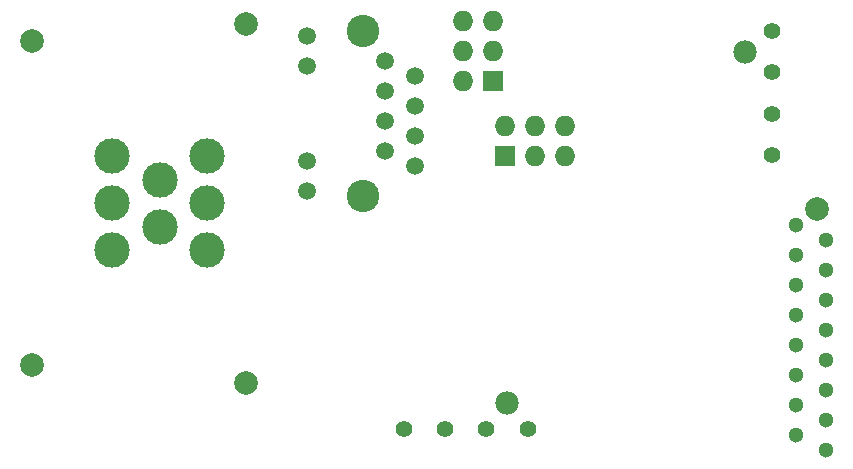
<source format=gbr>
G04 #@! TF.GenerationSoftware,KiCad,Pcbnew,5.0-dev-unknown-dd04bcb~61~ubuntu16.04.1*
G04 #@! TF.CreationDate,2018-03-08T21:33:43-05:00*
G04 #@! TF.ProjectId,etc.,6574632E2E6B696361645F7063620000,rev?*
G04 #@! TF.SameCoordinates,Original*
G04 #@! TF.FileFunction,Soldermask,Bot*
G04 #@! TF.FilePolarity,Negative*
%FSLAX46Y46*%
G04 Gerber Fmt 4.6, Leading zero omitted, Abs format (unit mm)*
G04 Created by KiCad (PCBNEW 5.0-dev-unknown-dd04bcb~61~ubuntu16.04.1) date Thu Mar  8 21:33:43 2018*
%MOMM*%
%LPD*%
G01*
G04 APERTURE LIST*
%ADD10C,1.500000*%
%ADD11C,2.750000*%
%ADD12O,1.727200X1.727200*%
%ADD13R,1.727200X1.727200*%
%ADD14C,1.300000*%
%ADD15C,2.000000*%
%ADD16C,1.397000*%
%ADD17C,1.981000*%
%ADD18C,3.000000*%
G04 APERTURE END LIST*
D10*
X117896529Y-31671503D03*
X117896529Y-34211503D03*
X117896529Y-44771503D03*
X117896529Y-42231503D03*
X124526529Y-33771503D03*
X124526529Y-36311503D03*
X124526529Y-38851503D03*
X124526529Y-41391503D03*
X127066529Y-35041503D03*
X127066529Y-37581503D03*
X127066529Y-40121503D03*
X127066529Y-42661503D03*
D11*
X122646529Y-31271503D03*
X122646529Y-45171503D03*
D12*
X131104529Y-30401503D03*
X133644529Y-30401503D03*
X131104529Y-32941503D03*
X133644529Y-32941503D03*
X131104529Y-35481503D03*
D13*
X133644529Y-35481503D03*
D14*
X159298529Y-52753503D03*
X159298529Y-50213503D03*
X159298529Y-47673503D03*
X159298529Y-55293503D03*
X161838529Y-48943503D03*
X161838529Y-51483503D03*
X161838529Y-54023503D03*
X161838529Y-56563503D03*
X159298529Y-57833503D03*
X161838529Y-59103503D03*
X159298529Y-60373503D03*
X161838529Y-61643503D03*
X159298529Y-62913503D03*
X161838529Y-64183503D03*
X159298529Y-65453503D03*
X161838529Y-66723503D03*
D15*
X161098529Y-46273503D03*
D16*
X126108529Y-64945503D03*
X129608529Y-64945503D03*
D17*
X134858529Y-62715503D03*
D16*
X136608529Y-64945503D03*
X133108529Y-64945503D03*
X157266529Y-34747503D03*
X157266529Y-31247503D03*
D17*
X155036529Y-32997503D03*
D16*
X157266529Y-38247503D03*
X157266529Y-41747503D03*
D13*
X134660529Y-41831503D03*
D12*
X134660529Y-39291503D03*
X137200529Y-41831503D03*
X137200529Y-39291503D03*
X139740529Y-41831503D03*
X139740529Y-39291503D03*
D15*
X112758529Y-30609503D03*
X112758529Y-61009503D03*
X94658529Y-32109503D03*
X94658529Y-59509503D03*
D18*
X109458529Y-45809503D03*
X109458529Y-41809503D03*
X105458529Y-43809503D03*
X101458529Y-41809503D03*
X101458529Y-45809503D03*
X109458529Y-49809503D03*
X105458529Y-47809503D03*
X101458529Y-49809503D03*
M02*

</source>
